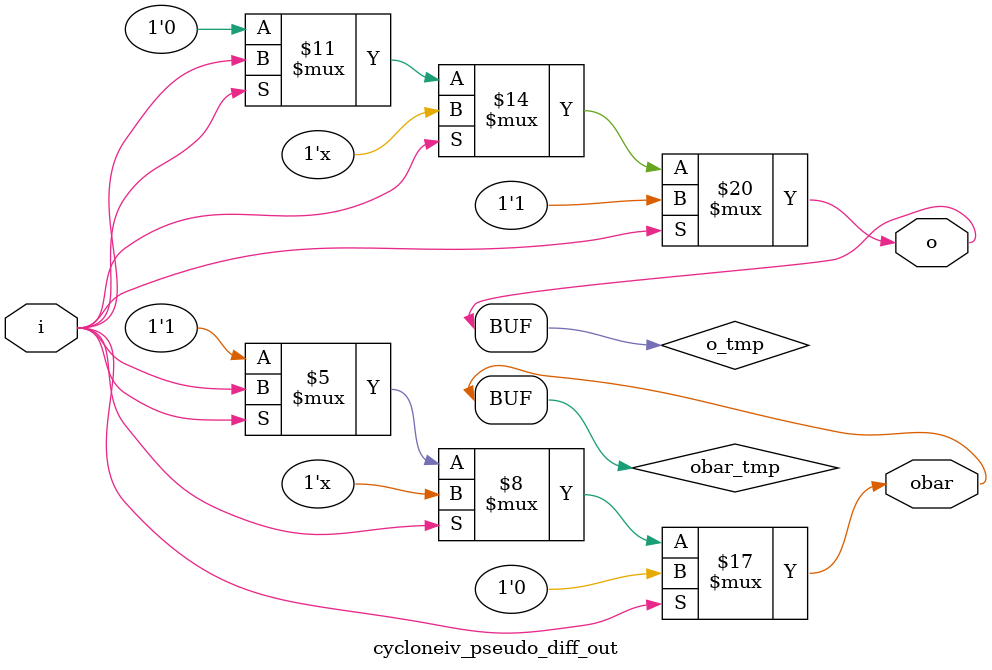
<source format=v>
module cycloneiv_pseudo_diff_out(
                             i,
                             o,
                             obar
                             );
parameter lpm_type = "cycloneiv_pseudo_diff_out";
input i;
output o;
output obar;
reg o_tmp;
reg obar_tmp;
assign o = o_tmp;
assign obar = obar_tmp;
always@(i)
    begin
        if( i == 1'b1)
            begin
                o_tmp = 1'b1;
                obar_tmp = 1'b0;
            end
        else if( i == 1'b0)
            begin
                o_tmp = 1'b0;
                obar_tmp = 1'b1;
            end
        else
            begin
                o_tmp = i;
                obar_tmp = i;
            end
    end
endmodule
</source>
